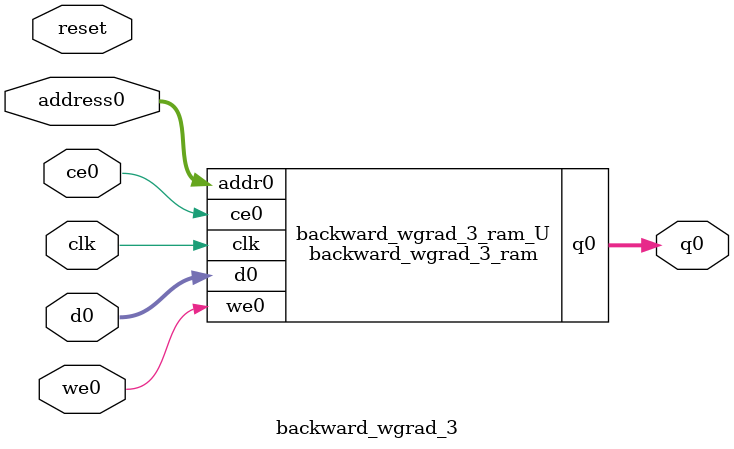
<source format=v>
`timescale 1 ns / 1 ps
module backward_wgrad_3_ram (addr0, ce0, d0, we0, q0,  clk);

parameter DWIDTH = 32;
parameter AWIDTH = 9;
parameter MEM_SIZE = 450;

input[AWIDTH-1:0] addr0;
input ce0;
input[DWIDTH-1:0] d0;
input we0;
output reg[DWIDTH-1:0] q0;
input clk;

(* ram_style = "block" *)reg [DWIDTH-1:0] ram[0:MEM_SIZE-1];




always @(posedge clk)  
begin 
    if (ce0) 
    begin
        if (we0) 
        begin 
            ram[addr0] <= d0; 
        end 
        q0 <= ram[addr0];
    end
end


endmodule

`timescale 1 ns / 1 ps
module backward_wgrad_3(
    reset,
    clk,
    address0,
    ce0,
    we0,
    d0,
    q0);

parameter DataWidth = 32'd32;
parameter AddressRange = 32'd450;
parameter AddressWidth = 32'd9;
input reset;
input clk;
input[AddressWidth - 1:0] address0;
input ce0;
input we0;
input[DataWidth - 1:0] d0;
output[DataWidth - 1:0] q0;



backward_wgrad_3_ram backward_wgrad_3_ram_U(
    .clk( clk ),
    .addr0( address0 ),
    .ce0( ce0 ),
    .we0( we0 ),
    .d0( d0 ),
    .q0( q0 ));

endmodule


</source>
